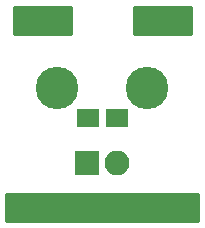
<source format=gts>
G04 #@! TF.FileFunction,Soldermask,Top*
%FSLAX46Y46*%
G04 Gerber Fmt 4.6, Leading zero omitted, Abs format (unit mm)*
G04 Created by KiCad (PCBNEW 4.0.7) date 05/14/18 11:13:13*
%MOMM*%
%LPD*%
G01*
G04 APERTURE LIST*
%ADD10C,0.100000*%
%ADD11C,3.600000*%
%ADD12R,1.900000X1.650000*%
%ADD13R,2.100000X2.100000*%
%ADD14O,2.100000X2.100000*%
%ADD15C,0.254000*%
G04 APERTURE END LIST*
D10*
D11*
X140970000Y-97790000D03*
D12*
X143530000Y-100330000D03*
X146030000Y-100330000D03*
D13*
X143510000Y-104140000D03*
D14*
X146050000Y-104140000D03*
D11*
X148590000Y-97790000D03*
D15*
G36*
X152273000Y-93218000D02*
X147447000Y-93218000D01*
X147447000Y-90932000D01*
X152273000Y-90932000D01*
X152273000Y-93218000D01*
X152273000Y-93218000D01*
G37*
X152273000Y-93218000D02*
X147447000Y-93218000D01*
X147447000Y-90932000D01*
X152273000Y-90932000D01*
X152273000Y-93218000D01*
G36*
X142113000Y-93218000D02*
X137287000Y-93218000D01*
X137287000Y-90932000D01*
X142113000Y-90932000D01*
X142113000Y-93218000D01*
X142113000Y-93218000D01*
G37*
X142113000Y-93218000D02*
X137287000Y-93218000D01*
X137287000Y-90932000D01*
X142113000Y-90932000D01*
X142113000Y-93218000D01*
G36*
X152908000Y-109093000D02*
X136652000Y-109093000D01*
X136652000Y-106807000D01*
X152908000Y-106807000D01*
X152908000Y-109093000D01*
X152908000Y-109093000D01*
G37*
X152908000Y-109093000D02*
X136652000Y-109093000D01*
X136652000Y-106807000D01*
X152908000Y-106807000D01*
X152908000Y-109093000D01*
M02*

</source>
